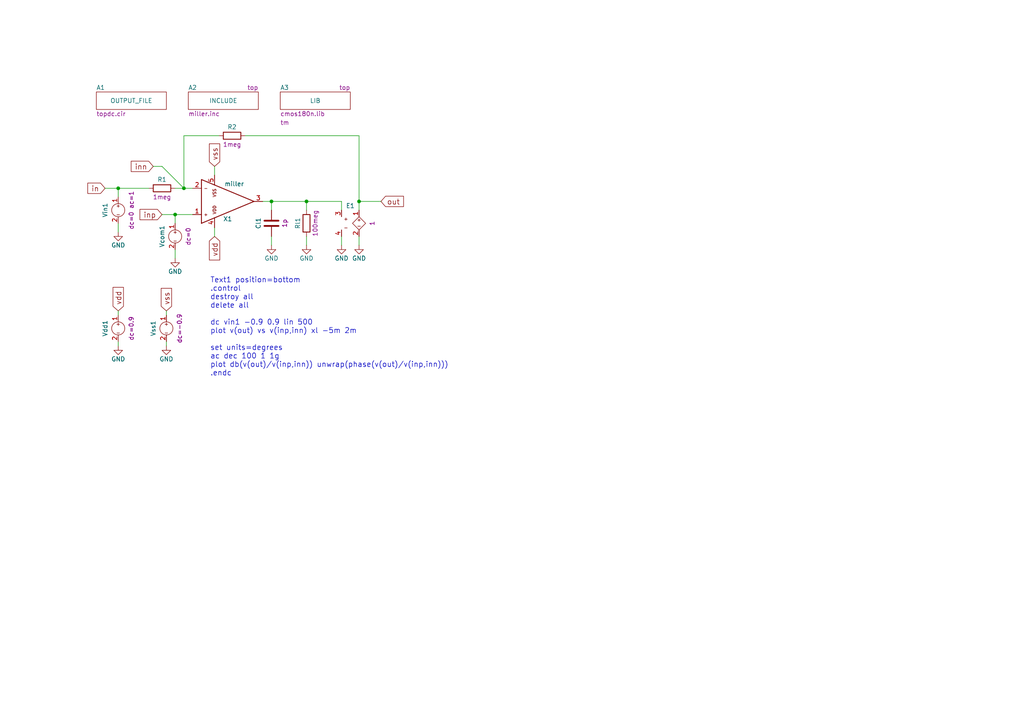
<source format=kicad_sch>
(kicad_sch (version 20211123) (generator eeschema)
  (paper "A4")
  (lib_symbols
    (symbol "power:GND" (power) (pin_names (offset 0))
      (property "Value" "GND" (at 0 -3.81 0))
      (symbol "GND_0_1"
        (polyline (pts (xy 0 0) (xy 0 -1.27) (xy 1.27 -1.27) (xy 0 -2.54) (xy -1.27 -1.27) (xy 0 -1.27)))
      )
      (symbol "GND_1_1"
        (pin power_in line (at 0 0 270) (length 0) hide (name "GND") (number "1"))
      )
    )
    (symbol "pyopus:CAP" (pin_numbers hide) (pin_names (offset 0.254))
      (property "Reference" "C" (at -3.81 0 90))
      (property "c" "<capacitance>" (at 3.81 0 90))
      (symbol "CAP_0_1"
        (polyline (pts (xy -2.032 -0.762) (xy 2.032 -0.762)) (stroke (width 0.508)))
        (polyline (pts (xy -2.032 0.762) (xy 2.032 0.762)) (stroke (width 0.508)))
      )
      (symbol "CAP_1_1"
        (pin passive line (at 0 3.81 270) (length 2.794) (name "~") (number "1"))
        (pin passive line (at 0 -3.81 90) (length 2.794) (name "~") (number "2"))
      )
    )
    (symbol "pyopus:INCLUDE" (pin_names (offset 1.016))
      (property "Reference" "A" (at -10.16 1.27 0))
      (property "Value" "INCLUDE" (at 0 -2.54 0))
      (property "Filename" "<file name>" (at -10.16 -6.35 0))
      (property "Position" "top" (at 10.16 1.27 0))
      (symbol "INCLUDE_0_1"
        (rectangle (start -10.16 0) (end 10.16 -5.08))
      )
    )
    (symbol "pyopus:LIB" (pin_names (offset 1.016))
      (property "Reference" "A" (at -10.16 1.27 0))
      (property "Value" "LIB" (at 0 -2.54 0))
      (property "Filename" "<file name>" (at -10.16 -6.35 0))
      (property "Section" "<section>" (at -10.16 -8.89 0))
      (property "Position" "top" (at 10.16 1.27 0))
      (symbol "LIB_0_1"
        (rectangle (start -10.16 0) (end 10.16 -5.08))
      )
    )
    (symbol "pyopus:OPAMP" (pin_names hide)
      (property "Reference" "X" (at 0 5.08 0))
      (property "Value" "OPAMP" (at 1.905 -5.08 0))
      (symbol "OPAMP_0_0"
        (text "+" (at -6.985 3.81 0) (effects (font (size 0.889 0.889)) (justify left)))
        (text "-" (at -6.985 -3.81 0) (effects (font (size 0.889 0.889)) (justify left)))
        (text "VDD" (at -3.81 3.81 900) (effects (font (size 0.889 0.889)) (justify right)))
        (text "VSS" (at -3.81 -3.81 900) (effects (font (size 0.889 0.889)) (justify left)))
      )
      (symbol "OPAMP_0_1"
        (polyline (pts (xy -7.62 6.35) (xy -7.62 -6.35) (xy 7.62 0) (xy -7.62 6.35)) (stroke (width 0.254)))
      )
      (symbol "OPAMP_1_1"
        (pin input line (at -10.16 3.81 0) (length 2.54) (name "+") (number "1"))
        (pin input line (at -10.16 -3.81 0) (length 2.54) (name "-") (number "2"))
        (pin output line (at 10.16 0 180) (length 2.54) (name "out") (number "3"))
        (pin input line (at -3.81 7.62 270) (length 2.921) (name "vdd") (number "4"))
        (pin input line (at -3.81 -7.62 90) (length 2.921) (name "vss") (number "5"))
      )
    )
    (symbol "pyopus:OUTPUT_FILE" (pin_names (offset 1.016))
      (property "Reference" "A" (at -10.16 1.27 0))
      (property "Value" "OUTPUT_FILE" (at 0 -2.54 0))
      (property "Name" "<file name>" (at -10.16 -6.35 0))
      (symbol "OUTPUT_FILE_0_1"
        (rectangle (start -10.16 0) (end 10.16 -5.08))
      )
    )
    (symbol "pyopus:RES" (pin_numbers hide) (pin_names (offset 0))
      (property "Reference" "R" (at -2.54 0 90))
      (property "r" "<resistance>" (at 2.54 0 90))
      (symbol "RES_0_1"
        (rectangle (start -1.016 -2.54) (end 1.016 2.54) (stroke (width 0.254)))
      )
      (symbol "RES_1_1"
        (pin passive line (at 0 3.81 270) (length 1.27) (name "~") (number "1"))
        (pin passive line (at 0 -3.81 90) (length 1.27) (name "~") (number "2"))
      )
    )
    (symbol "pyopus:VCVS" (pin_names (offset 0) hide)
      (property "Reference" "E" (at 0 5.08 0))
      (property "gain" "<gain>" (at 6.35 0 90))
      (symbol "VCVS_0_0"
        (polyline (pts (xy 2.54 1.905) (xy 0.635 0) (xy 2.54 -1.905) (xy 4.445 0) (xy 2.54 1.905)) (stroke (width 0.1524)))
        (text "+" (at -1.27 1.27 0) (effects (font (size 0.9906 0.9906))))
        (text "+" (at 2.54 1.016 0) (effects (font (size 0.9906 0.9906))))
        (text "-" (at -1.27 -1.27 0) (effects (font (size 0.9906 0.9906))))
        (text "-" (at 2.54 -0.762 0) (effects (font (size 0.9906 0.9906))))
      )
      (symbol "VCVS_1_1"
        (pin passive line (at 2.54 3.81 270) (length 1.905) (name "P") (number "1"))
        (pin power_out line (at 2.54 -3.81 90) (length 1.905) (name "N") (number "2"))
        (pin input line (at -2.54 3.81 270) (length 1.905) (name "CP") (number "3"))
        (pin input line (at -2.54 -3.81 90) (length 1.905) (name "CN") (number "4"))
      )
    )
    (symbol "pyopus:VSRC" (pin_names (offset 0) hide)
      (property "Reference" "V" (at -3.81 0 90))
      (property "Specification" "dc=0" (at 3.81 0 90))
      (symbol "VSRC_0_0"
        (circle (center 0 0) (radius 1.905) (stroke (width 0.1524)))
        (text "+" (at 0 1.27 0) (effects (font (size 0.9906 0.9906))))
        (text "-" (at 0 -1.27 0) (effects (font (size 0.9906 0.9906))))
      )
      (symbol "VSRC_1_1"
        (pin passive line (at 0 3.81 270) (length 1.905) (name "P") (number "1"))
        (pin power_out line (at 0 -3.81 90) (length 1.905) (name "N") (number "2"))
      )
    )
  )
  (junction (at 53.34 54.61))
  (junction (at 34.29 54.61))
  (junction (at 104.14 58.42))
  (junction (at 78.74 58.42))
  (junction (at 88.9 58.42))
  (junction (at 50.8 62.23))
  (wire (pts (xy 104.14 68.58) (xy 104.14 71.12)))
  (wire (pts (xy 71.12 39.37) (xy 104.14 39.37)))
  (wire (pts (xy 104.14 39.37) (xy 104.14 58.42)))
  (wire (pts (xy 53.34 54.61) (xy 46.99 48.26)))
  (wire (pts (xy 76.2 58.42) (xy 78.74 58.42)))
  (wire (pts (xy 78.74 71.12) (xy 78.74 68.58)))
  (wire (pts (xy 30.48 54.61) (xy 34.29 54.61)))
  (wire (pts (xy 78.74 58.42) (xy 88.9 58.42)))
  (wire (pts (xy 46.99 48.26) (xy 44.45 48.26)))
  (wire (pts (xy 50.8 54.61) (xy 53.34 54.61)))
  (wire (pts (xy 34.29 64.77) (xy 34.29 67.31)))
  (wire (pts (xy 50.8 62.23) (xy 55.88 62.23)))
  (wire (pts (xy 34.29 99.06) (xy 34.29 100.33)))
  (wire (pts (xy 62.23 50.8) (xy 62.23 48.26)))
  (wire (pts (xy 53.34 39.37) (xy 53.34 54.61)))
  (wire (pts (xy 88.9 58.42) (xy 88.9 60.96)))
  (wire (pts (xy 48.26 91.44) (xy 48.26 90.17)))
  (wire (pts (xy 104.14 58.42) (xy 104.14 60.96)))
  (wire (pts (xy 34.29 57.15) (xy 34.29 54.61)))
  (wire (pts (xy 99.06 58.42) (xy 99.06 60.96)))
  (wire (pts (xy 99.06 68.58) (xy 99.06 71.12)))
  (wire (pts (xy 62.23 66.04) (xy 62.23 68.58)))
  (wire (pts (xy 46.99 62.23) (xy 50.8 62.23)))
  (wire (pts (xy 53.34 39.37) (xy 63.5 39.37)))
  (wire (pts (xy 88.9 58.42) (xy 99.06 58.42)))
  (wire (pts (xy 88.9 68.58) (xy 88.9 71.12)))
  (wire (pts (xy 34.29 54.61) (xy 43.18 54.61)))
  (wire (pts (xy 50.8 62.23) (xy 50.8 64.77)))
  (wire (pts (xy 78.74 60.96) (xy 78.74 58.42)))
  (wire (pts (xy 104.14 58.42) (xy 110.49 58.42)))
  (wire (pts (xy 53.34 54.61) (xy 55.88 54.61)))
  (wire (pts (xy 50.8 72.39) (xy 50.8 74.93)))
  (wire (pts (xy 48.26 99.06) (xy 48.26 100.33)))
  (wire (pts (xy 34.29 91.44) (xy 34.29 90.17)))
  (text "Text1 position=bottom\n.control\ndestroy all\ndelete all\n\ndc vin1 -0.9 0.9 lin 500\nplot v(out) vs v(inp,inn) xl -5m 2m\n\nset units=degrees\nac dec 100 1 1g\nplot db(v(out)/v(inp,inn)) unwrap(phase(v(out)/v(inp,inn)))\n.endc\n" (at 60.96 109.22 0) (effects (font (size 1.524 1.524)) (justify left bottom)))
  (global_label "inp" (shape input) (at 46.99 62.23 180) (effects (font (size 1.524 1.524))) (property "Intersheet References" "${INTERSHEET_REFS}" (effects hide)))
  (global_label "vss" (shape input) (at 48.26 90.17 90) (effects (font (size 1.524 1.524))) (property "Intersheet References" "${INTERSHEET_REFS}" (effects hide)))
  (global_label "vss" (shape input) (at 62.23 48.26 90) (effects (font (size 1.524 1.524))) (property "Intersheet References" "${INTERSHEET_REFS}" (effects hide)))
  (global_label "out" (shape input) (at 110.49 58.42 0) (effects (font (size 1.524 1.524))) (property "Intersheet References" "${INTERSHEET_REFS}" (effects hide)))
  (global_label "vdd" (shape input) (at 62.23 68.58 270) (effects (font (size 1.524 1.524))) (property "Intersheet References" "${INTERSHEET_REFS}" (effects hide)))
  (global_label "in" (shape input) (at 30.48 54.61 180) (effects (font (size 1.524 1.524))) (property "Intersheet References" "${INTERSHEET_REFS}" (effects hide)))
  (global_label "vdd" (shape input) (at 34.29 90.17 90) (effects (font (size 1.524 1.524))) (property "Intersheet References" "${INTERSHEET_REFS}" (effects hide)))
  (global_label "inn" (shape input) (at 44.45 48.26 180) (effects (font (size 1.524 1.524))) (property "Intersheet References" "${INTERSHEET_REFS}" (effects hide)))
  (symbol (lib_id "pyopus:OPAMP") (at 66.04 58.42 0) (mirror x) (unit 1)
    (property "Reference" "X1" (at 66.04 63.5 0))
    (property "Value" "miller" (at 67.945 53.34 0))
  )
  (symbol (lib_id "pyopus:VSRC") (at 48.26 95.25 0) (unit 1)
    (property "Reference" "Vss1" (at 44.45 95.25 90))
    (property "Value" "VSRC" (effects hide))
    (property "Specification" "dc=-0.9" (at 52.07 95.25 90))
  )
  (symbol (lib_id "pyopus:VSRC") (at 34.29 95.25 0) (unit 1)
    (property "Reference" "Vdd1" (at 30.48 95.25 90))
    (property "Value" "VSRC" (effects hide))
    (property "Specification" "dc=0.9" (at 38.1 95.25 90))
  )
  (symbol (lib_id "pyopus:RES") (at 67.31 39.37 270) (unit 1)
    (property "Reference" "R2" (at 67.31 36.83 90))
    (property "Value" "RES" (effects hide))
    (property "r" "1meg" (at 67.31 41.91 90))
  )
  (symbol (lib_id "pyopus:RES") (at 46.99 54.61 270) (unit 1)
    (property "Reference" "R1" (at 46.99 52.07 90))
    (property "Value" "RES" (effects hide))
    (property "r" "1meg" (at 46.99 57.15 90))
  )
  (symbol (lib_id "pyopus:VSRC") (at 50.8 68.58 0) (unit 1)
    (property "Reference" "Vcom1" (at 46.99 68.58 90))
    (property "Value" "VSRC" (effects hide))
    (property "Specification" "dc=0" (at 54.61 68.58 90))
  )
  (symbol (lib_id "power:GND") (at 48.26 100.33 0) (unit 1)
    (property "Reference" "#PWR01" (effects hide))
    (property "Value" "GND" (at 48.26 104.14 0))
  )
  (symbol (lib_id "power:GND") (at 34.29 100.33 0) (unit 1)
    (property "Reference" "#PWR02" (effects hide))
    (property "Value" "GND" (at 34.29 104.14 0))
  )
  (symbol (lib_id "power:GND") (at 50.8 74.93 0) (unit 1)
    (property "Reference" "#PWR03" (effects hide))
    (property "Value" "GND" (at 50.8 78.74 0))
  )
  (symbol (lib_id "pyopus:VSRC") (at 34.29 60.96 0) (unit 1)
    (property "Reference" "Vin1" (at 30.48 60.96 90))
    (property "Value" "VSRC" (effects hide))
    (property "Specification" "dc=0 ac=1" (at 38.1 60.96 90))
  )
  (symbol (lib_id "power:GND") (at 34.29 67.31 0) (unit 1)
    (property "Reference" "#PWR04" (effects hide))
    (property "Value" "GND" (at 34.29 71.12 0))
  )
  (symbol (lib_id "pyopus:OUTPUT_FILE") (at 38.1 26.67 0) (unit 1)
    (property "Reference" "A1" (at 27.94 25.4 0) (effects (justify left)))
    (property "Value" "OUTPUT_FILE" (at 38.1 29.21 0))
    (property "Name" "topdc.cir" (at 27.94 33.02 0) (effects (justify left)))
  )
  (symbol (lib_id "pyopus:INCLUDE") (at 64.77 26.67 0) (unit 1)
    (property "Reference" "A2" (at 54.61 25.4 0) (effects (justify left)))
    (property "Value" "INCLUDE" (at 64.77 29.21 0))
    (property "Filename" "miller.inc" (at 54.61 33.02 0) (effects (justify left)))
    (property "Position" "top" (at 74.93 25.4 0) (effects (justify right)))
  )
  (symbol (lib_id "pyopus:LIB") (at 91.44 26.67 0) (unit 1)
    (property "Reference" "A3" (at 81.28 25.4 0) (effects (justify left)))
    (property "Value" "LIB" (at 91.44 29.21 0))
    (property "Filename" "cmos180n.lib" (at 81.28 33.02 0) (effects (justify left)))
    (property "Section" "tm" (at 81.28 35.56 0) (effects (justify left)))
    (property "Position" "top" (at 101.6 25.4 0) (effects (justify right)))
  )
  (symbol (lib_id "pyopus:CAP") (at 78.74 64.77 0) (unit 1)
    (property "Reference" "Cl1" (at 74.93 64.77 90))
    (property "Value" "CAP" (effects hide))
    (property "c" "1p" (at 82.55 64.77 90))
  )
  (symbol (lib_id "power:GND") (at 78.74 71.12 0) (unit 1)
    (property "Reference" "#PWR05" (effects hide))
    (property "Value" "GND" (at 78.74 74.93 0))
  )
  (symbol (lib_id "pyopus:VCVS") (at 101.6 64.77 0) (unit 1)
    (property "Reference" "E1" (at 101.6 59.69 0))
    (property "Value" "VCVS" (effects hide))
    (property "gain" "1" (at 107.95 64.77 90))
  )
  (symbol (lib_id "power:GND") (at 104.14 71.12 0) (unit 1)
    (property "Reference" "#PWR06" (effects hide))
    (property "Value" "GND" (at 104.14 74.93 0))
  )
  (symbol (lib_id "power:GND") (at 99.06 71.12 0) (unit 1)
    (property "Reference" "#PWR07" (effects hide))
    (property "Value" "GND" (at 99.06 74.93 0))
  )
  (symbol (lib_id "pyopus:RES") (at 88.9 64.77 0) (unit 1)
    (property "Reference" "Rl1" (at 86.36 64.77 90))
    (property "Value" "RES" (effects hide))
    (property "r" "100meg" (at 91.44 64.77 90))
  )
  (symbol (lib_id "power:GND") (at 88.9 71.12 0) (unit 1)
    (property "Reference" "#PWR08" (effects hide))
    (property "Value" "GND" (at 88.9 74.93 0))
  )
)
</source>
